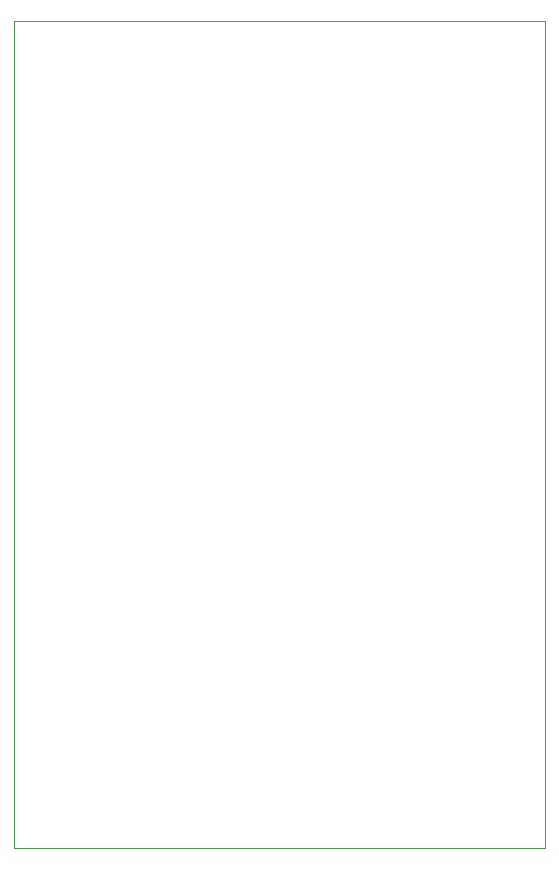
<source format=gm1>
G04 #@! TF.GenerationSoftware,KiCad,Pcbnew,(5.1.10)-1*
G04 #@! TF.CreationDate,2021-10-05T03:14:12+03:00*
G04 #@! TF.ProjectId,programming_board,70726f67-7261-46d6-9d69-6e675f626f61,rev?*
G04 #@! TF.SameCoordinates,Original*
G04 #@! TF.FileFunction,Profile,NP*
%FSLAX46Y46*%
G04 Gerber Fmt 4.6, Leading zero omitted, Abs format (unit mm)*
G04 Created by KiCad (PCBNEW (5.1.10)-1) date 2021-10-05 03:14:12*
%MOMM*%
%LPD*%
G01*
G04 APERTURE LIST*
G04 #@! TA.AperFunction,Profile*
%ADD10C,0.050000*%
G04 #@! TD*
G04 APERTURE END LIST*
D10*
X157000000Y-113000000D02*
X157000000Y-43000000D01*
X202000000Y-113000000D02*
X157000000Y-113000000D01*
X202000000Y-43000000D02*
X202000000Y-113000000D01*
X157000000Y-43000000D02*
X202000000Y-43000000D01*
M02*

</source>
